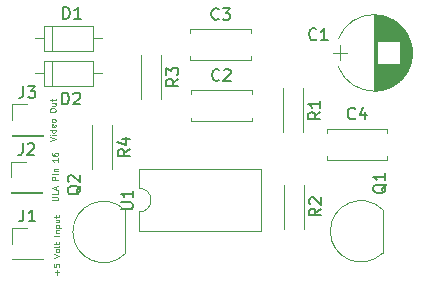
<source format=gbr>
G04 #@! TF.GenerationSoftware,KiCad,Pcbnew,(5.1.9)-1*
G04 #@! TF.CreationDate,2021-05-20T18:11:05+02:00*
G04 #@! TF.ProjectId,ZX81 Composite,5a583831-2043-46f6-9d70-6f736974652e,rev?*
G04 #@! TF.SameCoordinates,Original*
G04 #@! TF.FileFunction,Legend,Top*
G04 #@! TF.FilePolarity,Positive*
%FSLAX46Y46*%
G04 Gerber Fmt 4.6, Leading zero omitted, Abs format (unit mm)*
G04 Created by KiCad (PCBNEW (5.1.9)-1) date 2021-05-20 18:11:05*
%MOMM*%
%LPD*%
G01*
G04 APERTURE LIST*
%ADD10C,0.120000*%
%ADD11C,0.150000*%
%ADD12C,0.125000*%
G04 APERTURE END LIST*
D10*
X62250000Y-52260000D02*
X62250000Y-55980000D01*
X63970000Y-52260000D02*
X63970000Y-55980000D01*
X65070600Y-63090200D02*
X65070600Y-59490200D01*
X65059078Y-63128678D02*
G75*
G02*
X60620600Y-61290200I-1838478J1838478D01*
G01*
X65059078Y-59451722D02*
G75*
G03*
X60620600Y-61290200I-1838478J-1838478D01*
G01*
X58848800Y-43847200D02*
X58848800Y-45967200D01*
X63078800Y-44907200D02*
X62308800Y-44907200D01*
X57418800Y-44907200D02*
X58188800Y-44907200D01*
X62308800Y-43847200D02*
X58188800Y-43847200D01*
X62308800Y-45967200D02*
X62308800Y-43847200D01*
X58188800Y-45967200D02*
X62308800Y-45967200D01*
X58188800Y-43847200D02*
X58188800Y-45967200D01*
X58188800Y-46793600D02*
X58188800Y-48913600D01*
X58188800Y-48913600D02*
X62308800Y-48913600D01*
X62308800Y-48913600D02*
X62308800Y-46793600D01*
X62308800Y-46793600D02*
X58188800Y-46793600D01*
X57418800Y-47853600D02*
X58188800Y-47853600D01*
X63078800Y-47853600D02*
X62308800Y-47853600D01*
X58848800Y-46793600D02*
X58848800Y-48913600D01*
X55439000Y-63610800D02*
X58099000Y-63610800D01*
X55439000Y-63550800D02*
X55439000Y-63610800D01*
X58099000Y-63550800D02*
X58099000Y-63610800D01*
X55439000Y-63550800D02*
X58099000Y-63550800D01*
X55439000Y-62280800D02*
X55439000Y-60950800D01*
X55439000Y-60950800D02*
X56769000Y-60950800D01*
X55362800Y-55337400D02*
X56692800Y-55337400D01*
X55362800Y-56667400D02*
X55362800Y-55337400D01*
X55362800Y-57937400D02*
X58022800Y-57937400D01*
X58022800Y-57937400D02*
X58022800Y-57997400D01*
X55362800Y-57937400D02*
X55362800Y-57997400D01*
X55362800Y-57997400D02*
X58022800Y-57997400D01*
X55439000Y-50486000D02*
X56769000Y-50486000D01*
X55439000Y-51816000D02*
X55439000Y-50486000D01*
X55439000Y-53086000D02*
X58099000Y-53086000D01*
X58099000Y-53086000D02*
X58099000Y-53146000D01*
X55439000Y-53086000D02*
X55439000Y-53146000D01*
X55439000Y-53146000D02*
X58099000Y-53146000D01*
X86863800Y-63039400D02*
X86863800Y-59439400D01*
X86852278Y-59400922D02*
G75*
G03*
X82413800Y-61239400I-1838478J-1838478D01*
G01*
X86852278Y-63077878D02*
G75*
G02*
X82413800Y-61239400I-1838478J1838478D01*
G01*
X83261400Y-45476400D02*
X83261400Y-46776400D01*
X82661400Y-46126400D02*
X83861400Y-46126400D01*
X89312400Y-45658400D02*
X89312400Y-46594400D01*
X89272400Y-45450400D02*
X89272400Y-46802400D01*
X89232400Y-45292400D02*
X89232400Y-46960400D01*
X89192400Y-45160400D02*
X89192400Y-47092400D01*
X89152400Y-45045400D02*
X89152400Y-47207400D01*
X89112400Y-44942400D02*
X89112400Y-47310400D01*
X89072400Y-44848400D02*
X89072400Y-47404400D01*
X89032400Y-44762400D02*
X89032400Y-47490400D01*
X88992400Y-44681400D02*
X88992400Y-47571400D01*
X88952400Y-44606400D02*
X88952400Y-47646400D01*
X88912400Y-44535400D02*
X88912400Y-47717400D01*
X88872400Y-44468400D02*
X88872400Y-47784400D01*
X88832400Y-44405400D02*
X88832400Y-47847400D01*
X88792400Y-44345400D02*
X88792400Y-47907400D01*
X88752400Y-44287400D02*
X88752400Y-47965400D01*
X88712400Y-44232400D02*
X88712400Y-48020400D01*
X88672400Y-44180400D02*
X88672400Y-48072400D01*
X88632400Y-44129400D02*
X88632400Y-48123400D01*
X88592400Y-44081400D02*
X88592400Y-48171400D01*
X88552400Y-44034400D02*
X88552400Y-48218400D01*
X88512400Y-43989400D02*
X88512400Y-48263400D01*
X88472400Y-43946400D02*
X88472400Y-48306400D01*
X88432400Y-43904400D02*
X88432400Y-48348400D01*
X88392400Y-43864400D02*
X88392400Y-48388400D01*
X88352400Y-43825400D02*
X88352400Y-48427400D01*
X88312400Y-47106400D02*
X88312400Y-48465400D01*
X88312400Y-43787400D02*
X88312400Y-45146400D01*
X88272400Y-47106400D02*
X88272400Y-48501400D01*
X88272400Y-43751400D02*
X88272400Y-45146400D01*
X88232400Y-47106400D02*
X88232400Y-48537400D01*
X88232400Y-43715400D02*
X88232400Y-45146400D01*
X88192400Y-47106400D02*
X88192400Y-48571400D01*
X88192400Y-43681400D02*
X88192400Y-45146400D01*
X88152400Y-47106400D02*
X88152400Y-48604400D01*
X88152400Y-43648400D02*
X88152400Y-45146400D01*
X88112400Y-47106400D02*
X88112400Y-48636400D01*
X88112400Y-43616400D02*
X88112400Y-45146400D01*
X88072400Y-47106400D02*
X88072400Y-48666400D01*
X88072400Y-43586400D02*
X88072400Y-45146400D01*
X88032400Y-47106400D02*
X88032400Y-48696400D01*
X88032400Y-43556400D02*
X88032400Y-45146400D01*
X87992400Y-47106400D02*
X87992400Y-48725400D01*
X87992400Y-43527400D02*
X87992400Y-45146400D01*
X87952400Y-47106400D02*
X87952400Y-48753400D01*
X87952400Y-43499400D02*
X87952400Y-45146400D01*
X87912400Y-47106400D02*
X87912400Y-48780400D01*
X87912400Y-43472400D02*
X87912400Y-45146400D01*
X87872400Y-47106400D02*
X87872400Y-48807400D01*
X87872400Y-43445400D02*
X87872400Y-45146400D01*
X87832400Y-47106400D02*
X87832400Y-48832400D01*
X87832400Y-43420400D02*
X87832400Y-45146400D01*
X87792400Y-47106400D02*
X87792400Y-48857400D01*
X87792400Y-43395400D02*
X87792400Y-45146400D01*
X87752400Y-47106400D02*
X87752400Y-48881400D01*
X87752400Y-43371400D02*
X87752400Y-45146400D01*
X87712400Y-47106400D02*
X87712400Y-48904400D01*
X87712400Y-43348400D02*
X87712400Y-45146400D01*
X87672400Y-47106400D02*
X87672400Y-48926400D01*
X87672400Y-43326400D02*
X87672400Y-45146400D01*
X87632400Y-47106400D02*
X87632400Y-48948400D01*
X87632400Y-43304400D02*
X87632400Y-45146400D01*
X87592400Y-47106400D02*
X87592400Y-48969400D01*
X87592400Y-43283400D02*
X87592400Y-45146400D01*
X87552400Y-47106400D02*
X87552400Y-48989400D01*
X87552400Y-43263400D02*
X87552400Y-45146400D01*
X87512400Y-47106400D02*
X87512400Y-49008400D01*
X87512400Y-43244400D02*
X87512400Y-45146400D01*
X87472400Y-47106400D02*
X87472400Y-49027400D01*
X87472400Y-43225400D02*
X87472400Y-45146400D01*
X87432400Y-47106400D02*
X87432400Y-49045400D01*
X87432400Y-43207400D02*
X87432400Y-45146400D01*
X87392400Y-47106400D02*
X87392400Y-49063400D01*
X87392400Y-43189400D02*
X87392400Y-45146400D01*
X87352400Y-47106400D02*
X87352400Y-49080400D01*
X87352400Y-43172400D02*
X87352400Y-45146400D01*
X87312400Y-47106400D02*
X87312400Y-49096400D01*
X87312400Y-43156400D02*
X87312400Y-45146400D01*
X87272400Y-47106400D02*
X87272400Y-49112400D01*
X87272400Y-43140400D02*
X87272400Y-45146400D01*
X87232400Y-47106400D02*
X87232400Y-49127400D01*
X87232400Y-43125400D02*
X87232400Y-45146400D01*
X87192400Y-47106400D02*
X87192400Y-49141400D01*
X87192400Y-43111400D02*
X87192400Y-45146400D01*
X87152400Y-47106400D02*
X87152400Y-49155400D01*
X87152400Y-43097400D02*
X87152400Y-45146400D01*
X87112400Y-47106400D02*
X87112400Y-49168400D01*
X87112400Y-43084400D02*
X87112400Y-45146400D01*
X87072400Y-47106400D02*
X87072400Y-49181400D01*
X87072400Y-43071400D02*
X87072400Y-45146400D01*
X87032400Y-47106400D02*
X87032400Y-49193400D01*
X87032400Y-43059400D02*
X87032400Y-45146400D01*
X86992400Y-47106400D02*
X86992400Y-49205400D01*
X86992400Y-43047400D02*
X86992400Y-45146400D01*
X86952400Y-47106400D02*
X86952400Y-49216400D01*
X86952400Y-43036400D02*
X86952400Y-45146400D01*
X86912400Y-47106400D02*
X86912400Y-49226400D01*
X86912400Y-43026400D02*
X86912400Y-45146400D01*
X86872400Y-47106400D02*
X86872400Y-49236400D01*
X86872400Y-43016400D02*
X86872400Y-45146400D01*
X86832400Y-47106400D02*
X86832400Y-49245400D01*
X86832400Y-43007400D02*
X86832400Y-45146400D01*
X86791400Y-47106400D02*
X86791400Y-49254400D01*
X86791400Y-42998400D02*
X86791400Y-45146400D01*
X86751400Y-47106400D02*
X86751400Y-49263400D01*
X86751400Y-42989400D02*
X86751400Y-45146400D01*
X86711400Y-47106400D02*
X86711400Y-49270400D01*
X86711400Y-42982400D02*
X86711400Y-45146400D01*
X86671400Y-47106400D02*
X86671400Y-49278400D01*
X86671400Y-42974400D02*
X86671400Y-45146400D01*
X86631400Y-47106400D02*
X86631400Y-49284400D01*
X86631400Y-42968400D02*
X86631400Y-45146400D01*
X86591400Y-47106400D02*
X86591400Y-49291400D01*
X86591400Y-42961400D02*
X86591400Y-45146400D01*
X86551400Y-47106400D02*
X86551400Y-49296400D01*
X86551400Y-42956400D02*
X86551400Y-45146400D01*
X86511400Y-47106400D02*
X86511400Y-49302400D01*
X86511400Y-42950400D02*
X86511400Y-45146400D01*
X86471400Y-47106400D02*
X86471400Y-49306400D01*
X86471400Y-42946400D02*
X86471400Y-45146400D01*
X86431400Y-47106400D02*
X86431400Y-49311400D01*
X86431400Y-42941400D02*
X86431400Y-45146400D01*
X86391400Y-47106400D02*
X86391400Y-49314400D01*
X86391400Y-42938400D02*
X86391400Y-45146400D01*
X86351400Y-42934400D02*
X86351400Y-49318400D01*
X86311400Y-42932400D02*
X86311400Y-49320400D01*
X86271400Y-42929400D02*
X86271400Y-49323400D01*
X86231400Y-42928400D02*
X86231400Y-49324400D01*
X86191400Y-42926400D02*
X86191400Y-49326400D01*
X86151400Y-42926400D02*
X86151400Y-49326400D01*
X86111400Y-42926400D02*
X86111400Y-49326400D01*
X89129220Y-47305536D02*
G75*
G03*
X89128882Y-44946400I-3017820J1179136D01*
G01*
X89129220Y-47305536D02*
G75*
G02*
X83093918Y-47306400I-3017820J1179136D01*
G01*
X89129220Y-44947264D02*
G75*
G03*
X83093918Y-44946400I-3017820J-1179136D01*
G01*
X75697400Y-46436600D02*
X75697400Y-46750600D01*
X75697400Y-44130600D02*
X75697400Y-44444600D01*
X70577400Y-46436600D02*
X70577400Y-46750600D01*
X70577400Y-44130600D02*
X70577400Y-44444600D01*
X70577400Y-46750600D02*
X75697400Y-46750600D01*
X70577400Y-44130600D02*
X75697400Y-44130600D01*
X82134400Y-52563400D02*
X87254400Y-52563400D01*
X82134400Y-55183400D02*
X87254400Y-55183400D01*
X82134400Y-52563400D02*
X82134400Y-52877400D01*
X82134400Y-54869400D02*
X82134400Y-55183400D01*
X87254400Y-52563400D02*
X87254400Y-52877400D01*
X87254400Y-54869400D02*
X87254400Y-55183400D01*
X80108000Y-49117800D02*
X80108000Y-52837800D01*
X78388000Y-49117800D02*
X78388000Y-52837800D01*
X78464200Y-57296600D02*
X78464200Y-61016600D01*
X80184200Y-57296600D02*
X80184200Y-61016600D01*
X68093800Y-46298400D02*
X68093800Y-50018400D01*
X66373800Y-46298400D02*
X66373800Y-50018400D01*
X75748200Y-51618200D02*
X75748200Y-51932200D01*
X75748200Y-49312200D02*
X75748200Y-49626200D01*
X70628200Y-51618200D02*
X70628200Y-51932200D01*
X70628200Y-49312200D02*
X70628200Y-49626200D01*
X70628200Y-51932200D02*
X75748200Y-51932200D01*
X70628200Y-49312200D02*
X75748200Y-49312200D01*
X66234000Y-55947800D02*
X66234000Y-57597800D01*
X76514000Y-55947800D02*
X66234000Y-55947800D01*
X76514000Y-61247800D02*
X76514000Y-55947800D01*
X66234000Y-61247800D02*
X76514000Y-61247800D01*
X66234000Y-59597800D02*
X66234000Y-61247800D01*
X66234000Y-57597800D02*
G75*
G02*
X66234000Y-59597800I0J-1000000D01*
G01*
D11*
X65422380Y-54286666D02*
X64946190Y-54620000D01*
X65422380Y-54858095D02*
X64422380Y-54858095D01*
X64422380Y-54477142D01*
X64470000Y-54381904D01*
X64517619Y-54334285D01*
X64612857Y-54286666D01*
X64755714Y-54286666D01*
X64850952Y-54334285D01*
X64898571Y-54381904D01*
X64946190Y-54477142D01*
X64946190Y-54858095D01*
X64755714Y-53429523D02*
X65422380Y-53429523D01*
X64374761Y-53667619D02*
X65089047Y-53905714D01*
X65089047Y-53286666D01*
X61279019Y-57372238D02*
X61231400Y-57467476D01*
X61136161Y-57562714D01*
X60993304Y-57705571D01*
X60945685Y-57800809D01*
X60945685Y-57896047D01*
X61183780Y-57848428D02*
X61136161Y-57943666D01*
X61040923Y-58038904D01*
X60850447Y-58086523D01*
X60517114Y-58086523D01*
X60326638Y-58038904D01*
X60231400Y-57943666D01*
X60183780Y-57848428D01*
X60183780Y-57657952D01*
X60231400Y-57562714D01*
X60326638Y-57467476D01*
X60517114Y-57419857D01*
X60850447Y-57419857D01*
X61040923Y-57467476D01*
X61136161Y-57562714D01*
X61183780Y-57657952D01*
X61183780Y-57848428D01*
X60279019Y-57038904D02*
X60231400Y-56991285D01*
X60183780Y-56896047D01*
X60183780Y-56657952D01*
X60231400Y-56562714D01*
X60279019Y-56515095D01*
X60374257Y-56467476D01*
X60469495Y-56467476D01*
X60612352Y-56515095D01*
X61183780Y-57086523D01*
X61183780Y-56467476D01*
X59790104Y-43251380D02*
X59790104Y-42251380D01*
X60028200Y-42251380D01*
X60171057Y-42299000D01*
X60266295Y-42394238D01*
X60313914Y-42489476D01*
X60361533Y-42679952D01*
X60361533Y-42822809D01*
X60313914Y-43013285D01*
X60266295Y-43108523D01*
X60171057Y-43203761D01*
X60028200Y-43251380D01*
X59790104Y-43251380D01*
X61313914Y-43251380D02*
X60742485Y-43251380D01*
X61028200Y-43251380D02*
X61028200Y-42251380D01*
X60932961Y-42394238D01*
X60837723Y-42489476D01*
X60742485Y-42537095D01*
X59713904Y-50490380D02*
X59713904Y-49490380D01*
X59952000Y-49490380D01*
X60094857Y-49538000D01*
X60190095Y-49633238D01*
X60237714Y-49728476D01*
X60285333Y-49918952D01*
X60285333Y-50061809D01*
X60237714Y-50252285D01*
X60190095Y-50347523D01*
X60094857Y-50442761D01*
X59952000Y-50490380D01*
X59713904Y-50490380D01*
X60666285Y-49585619D02*
X60713904Y-49538000D01*
X60809142Y-49490380D01*
X61047238Y-49490380D01*
X61142476Y-49538000D01*
X61190095Y-49585619D01*
X61237714Y-49680857D01*
X61237714Y-49776095D01*
X61190095Y-49918952D01*
X60618666Y-50490380D01*
X61237714Y-50490380D01*
X56435666Y-59403180D02*
X56435666Y-60117466D01*
X56388047Y-60260323D01*
X56292809Y-60355561D01*
X56149952Y-60403180D01*
X56054714Y-60403180D01*
X57435666Y-60403180D02*
X56864238Y-60403180D01*
X57149952Y-60403180D02*
X57149952Y-59403180D01*
X57054714Y-59546038D01*
X56959476Y-59641276D01*
X56864238Y-59688895D01*
D12*
X59293914Y-64897485D02*
X59293914Y-64516533D01*
X59484390Y-64707009D02*
X59103438Y-64707009D01*
X58984390Y-64040342D02*
X58984390Y-64278438D01*
X59222485Y-64302247D01*
X59198676Y-64278438D01*
X59174866Y-64230819D01*
X59174866Y-64111771D01*
X59198676Y-64064152D01*
X59222485Y-64040342D01*
X59270104Y-64016533D01*
X59389152Y-64016533D01*
X59436771Y-64040342D01*
X59460580Y-64064152D01*
X59484390Y-64111771D01*
X59484390Y-64230819D01*
X59460580Y-64278438D01*
X59436771Y-64302247D01*
X58984390Y-63492723D02*
X59484390Y-63326057D01*
X58984390Y-63159390D01*
X59484390Y-62921295D02*
X59460580Y-62968914D01*
X59436771Y-62992723D01*
X59389152Y-63016533D01*
X59246295Y-63016533D01*
X59198676Y-62992723D01*
X59174866Y-62968914D01*
X59151057Y-62921295D01*
X59151057Y-62849866D01*
X59174866Y-62802247D01*
X59198676Y-62778438D01*
X59246295Y-62754628D01*
X59389152Y-62754628D01*
X59436771Y-62778438D01*
X59460580Y-62802247D01*
X59484390Y-62849866D01*
X59484390Y-62921295D01*
X59484390Y-62468914D02*
X59460580Y-62516533D01*
X59412961Y-62540342D01*
X58984390Y-62540342D01*
X59151057Y-62349866D02*
X59151057Y-62159390D01*
X58984390Y-62278438D02*
X59412961Y-62278438D01*
X59460580Y-62254628D01*
X59484390Y-62207009D01*
X59484390Y-62159390D01*
X59484390Y-61611771D02*
X58984390Y-61611771D01*
X59151057Y-61373676D02*
X59484390Y-61373676D01*
X59198676Y-61373676D02*
X59174866Y-61349866D01*
X59151057Y-61302247D01*
X59151057Y-61230819D01*
X59174866Y-61183200D01*
X59222485Y-61159390D01*
X59484390Y-61159390D01*
X59151057Y-60921295D02*
X59651057Y-60921295D01*
X59174866Y-60921295D02*
X59151057Y-60873676D01*
X59151057Y-60778438D01*
X59174866Y-60730819D01*
X59198676Y-60707009D01*
X59246295Y-60683200D01*
X59389152Y-60683200D01*
X59436771Y-60707009D01*
X59460580Y-60730819D01*
X59484390Y-60778438D01*
X59484390Y-60873676D01*
X59460580Y-60921295D01*
X59151057Y-60254628D02*
X59484390Y-60254628D01*
X59151057Y-60468914D02*
X59412961Y-60468914D01*
X59460580Y-60445104D01*
X59484390Y-60397485D01*
X59484390Y-60326057D01*
X59460580Y-60278438D01*
X59436771Y-60254628D01*
X59151057Y-60087961D02*
X59151057Y-59897485D01*
X58984390Y-60016533D02*
X59412961Y-60016533D01*
X59460580Y-59992723D01*
X59484390Y-59945104D01*
X59484390Y-59897485D01*
D11*
X56359466Y-53789780D02*
X56359466Y-54504066D01*
X56311847Y-54646923D01*
X56216609Y-54742161D01*
X56073752Y-54789780D01*
X55978514Y-54789780D01*
X56788038Y-53885019D02*
X56835657Y-53837400D01*
X56930895Y-53789780D01*
X57168990Y-53789780D01*
X57264228Y-53837400D01*
X57311847Y-53885019D01*
X57359466Y-53980257D01*
X57359466Y-54075495D01*
X57311847Y-54218352D01*
X56740419Y-54789780D01*
X57359466Y-54789780D01*
D12*
X58857390Y-58628504D02*
X59262152Y-58628504D01*
X59309771Y-58604695D01*
X59333580Y-58580885D01*
X59357390Y-58533266D01*
X59357390Y-58438028D01*
X59333580Y-58390409D01*
X59309771Y-58366600D01*
X59262152Y-58342790D01*
X58857390Y-58342790D01*
X59357390Y-57866600D02*
X59357390Y-58104695D01*
X58857390Y-58104695D01*
X59214533Y-57723742D02*
X59214533Y-57485647D01*
X59357390Y-57771361D02*
X58857390Y-57604695D01*
X59357390Y-57438028D01*
X59357390Y-56890409D02*
X58857390Y-56890409D01*
X58857390Y-56699933D01*
X58881200Y-56652314D01*
X58905009Y-56628504D01*
X58952628Y-56604695D01*
X59024057Y-56604695D01*
X59071676Y-56628504D01*
X59095485Y-56652314D01*
X59119295Y-56699933D01*
X59119295Y-56890409D01*
X59357390Y-56390409D02*
X59024057Y-56390409D01*
X58857390Y-56390409D02*
X58881200Y-56414219D01*
X58905009Y-56390409D01*
X58881200Y-56366600D01*
X58857390Y-56390409D01*
X58905009Y-56390409D01*
X59024057Y-56152314D02*
X59357390Y-56152314D01*
X59071676Y-56152314D02*
X59047866Y-56128504D01*
X59024057Y-56080885D01*
X59024057Y-56009457D01*
X59047866Y-55961838D01*
X59095485Y-55938028D01*
X59357390Y-55938028D01*
X59357390Y-55057076D02*
X59357390Y-55342790D01*
X59357390Y-55199933D02*
X58857390Y-55199933D01*
X58928819Y-55247552D01*
X58976438Y-55295171D01*
X59000247Y-55342790D01*
X58857390Y-54628504D02*
X58857390Y-54723742D01*
X58881200Y-54771361D01*
X58905009Y-54795171D01*
X58976438Y-54842790D01*
X59071676Y-54866600D01*
X59262152Y-54866600D01*
X59309771Y-54842790D01*
X59333580Y-54818980D01*
X59357390Y-54771361D01*
X59357390Y-54676123D01*
X59333580Y-54628504D01*
X59309771Y-54604695D01*
X59262152Y-54580885D01*
X59143104Y-54580885D01*
X59095485Y-54604695D01*
X59071676Y-54628504D01*
X59047866Y-54676123D01*
X59047866Y-54771361D01*
X59071676Y-54818980D01*
X59095485Y-54842790D01*
X59143104Y-54866600D01*
D11*
X56435666Y-48938380D02*
X56435666Y-49652666D01*
X56388047Y-49795523D01*
X56292809Y-49890761D01*
X56149952Y-49938380D01*
X56054714Y-49938380D01*
X56816619Y-48938380D02*
X57435666Y-48938380D01*
X57102333Y-49319333D01*
X57245190Y-49319333D01*
X57340428Y-49366952D01*
X57388047Y-49414571D01*
X57435666Y-49509809D01*
X57435666Y-49747904D01*
X57388047Y-49843142D01*
X57340428Y-49890761D01*
X57245190Y-49938380D01*
X56959476Y-49938380D01*
X56864238Y-49890761D01*
X56816619Y-49843142D01*
D12*
X58654190Y-53589809D02*
X59154190Y-53423142D01*
X58654190Y-53256476D01*
X59154190Y-53089809D02*
X58820857Y-53089809D01*
X58654190Y-53089809D02*
X58678000Y-53113619D01*
X58701809Y-53089809D01*
X58678000Y-53066000D01*
X58654190Y-53089809D01*
X58701809Y-53089809D01*
X59154190Y-52637428D02*
X58654190Y-52637428D01*
X59130380Y-52637428D02*
X59154190Y-52685047D01*
X59154190Y-52780285D01*
X59130380Y-52827904D01*
X59106571Y-52851714D01*
X59058952Y-52875523D01*
X58916095Y-52875523D01*
X58868476Y-52851714D01*
X58844666Y-52827904D01*
X58820857Y-52780285D01*
X58820857Y-52685047D01*
X58844666Y-52637428D01*
X59130380Y-52208857D02*
X59154190Y-52256476D01*
X59154190Y-52351714D01*
X59130380Y-52399333D01*
X59082761Y-52423142D01*
X58892285Y-52423142D01*
X58844666Y-52399333D01*
X58820857Y-52351714D01*
X58820857Y-52256476D01*
X58844666Y-52208857D01*
X58892285Y-52185047D01*
X58939904Y-52185047D01*
X58987523Y-52423142D01*
X59154190Y-51899333D02*
X59130380Y-51946952D01*
X59106571Y-51970761D01*
X59058952Y-51994571D01*
X58916095Y-51994571D01*
X58868476Y-51970761D01*
X58844666Y-51946952D01*
X58820857Y-51899333D01*
X58820857Y-51827904D01*
X58844666Y-51780285D01*
X58868476Y-51756476D01*
X58916095Y-51732666D01*
X59058952Y-51732666D01*
X59106571Y-51756476D01*
X59130380Y-51780285D01*
X59154190Y-51827904D01*
X59154190Y-51899333D01*
X58654190Y-51042190D02*
X58654190Y-50946952D01*
X58678000Y-50899333D01*
X58725619Y-50851714D01*
X58820857Y-50827904D01*
X58987523Y-50827904D01*
X59082761Y-50851714D01*
X59130380Y-50899333D01*
X59154190Y-50946952D01*
X59154190Y-51042190D01*
X59130380Y-51089809D01*
X59082761Y-51137428D01*
X58987523Y-51161238D01*
X58820857Y-51161238D01*
X58725619Y-51137428D01*
X58678000Y-51089809D01*
X58654190Y-51042190D01*
X58820857Y-50399333D02*
X59154190Y-50399333D01*
X58820857Y-50613619D02*
X59082761Y-50613619D01*
X59130380Y-50589809D01*
X59154190Y-50542190D01*
X59154190Y-50470761D01*
X59130380Y-50423142D01*
X59106571Y-50399333D01*
X58820857Y-50232666D02*
X58820857Y-50042190D01*
X58654190Y-50161238D02*
X59082761Y-50161238D01*
X59130380Y-50137428D01*
X59154190Y-50089809D01*
X59154190Y-50042190D01*
D11*
X87161619Y-57245238D02*
X87114000Y-57340476D01*
X87018761Y-57435714D01*
X86875904Y-57578571D01*
X86828285Y-57673809D01*
X86828285Y-57769047D01*
X87066380Y-57721428D02*
X87018761Y-57816666D01*
X86923523Y-57911904D01*
X86733047Y-57959523D01*
X86399714Y-57959523D01*
X86209238Y-57911904D01*
X86114000Y-57816666D01*
X86066380Y-57721428D01*
X86066380Y-57530952D01*
X86114000Y-57435714D01*
X86209238Y-57340476D01*
X86399714Y-57292857D01*
X86733047Y-57292857D01*
X86923523Y-57340476D01*
X87018761Y-57435714D01*
X87066380Y-57530952D01*
X87066380Y-57721428D01*
X87066380Y-56340476D02*
X87066380Y-56911904D01*
X87066380Y-56626190D02*
X86066380Y-56626190D01*
X86209238Y-56721428D01*
X86304476Y-56816666D01*
X86352095Y-56911904D01*
X81240333Y-44959542D02*
X81192714Y-45007161D01*
X81049857Y-45054780D01*
X80954619Y-45054780D01*
X80811761Y-45007161D01*
X80716523Y-44911923D01*
X80668904Y-44816685D01*
X80621285Y-44626209D01*
X80621285Y-44483352D01*
X80668904Y-44292876D01*
X80716523Y-44197638D01*
X80811761Y-44102400D01*
X80954619Y-44054780D01*
X81049857Y-44054780D01*
X81192714Y-44102400D01*
X81240333Y-44150019D01*
X82192714Y-45054780D02*
X81621285Y-45054780D01*
X81907000Y-45054780D02*
X81907000Y-44054780D01*
X81811761Y-44197638D01*
X81716523Y-44292876D01*
X81621285Y-44340495D01*
X72970733Y-43237742D02*
X72923114Y-43285361D01*
X72780257Y-43332980D01*
X72685019Y-43332980D01*
X72542161Y-43285361D01*
X72446923Y-43190123D01*
X72399304Y-43094885D01*
X72351685Y-42904409D01*
X72351685Y-42761552D01*
X72399304Y-42571076D01*
X72446923Y-42475838D01*
X72542161Y-42380600D01*
X72685019Y-42332980D01*
X72780257Y-42332980D01*
X72923114Y-42380600D01*
X72970733Y-42428219D01*
X73304066Y-42332980D02*
X73923114Y-42332980D01*
X73589780Y-42713933D01*
X73732638Y-42713933D01*
X73827876Y-42761552D01*
X73875495Y-42809171D01*
X73923114Y-42904409D01*
X73923114Y-43142504D01*
X73875495Y-43237742D01*
X73827876Y-43285361D01*
X73732638Y-43332980D01*
X73446923Y-43332980D01*
X73351685Y-43285361D01*
X73304066Y-43237742D01*
X84527733Y-51670542D02*
X84480114Y-51718161D01*
X84337257Y-51765780D01*
X84242019Y-51765780D01*
X84099161Y-51718161D01*
X84003923Y-51622923D01*
X83956304Y-51527685D01*
X83908685Y-51337209D01*
X83908685Y-51194352D01*
X83956304Y-51003876D01*
X84003923Y-50908638D01*
X84099161Y-50813400D01*
X84242019Y-50765780D01*
X84337257Y-50765780D01*
X84480114Y-50813400D01*
X84527733Y-50861019D01*
X85384876Y-51099114D02*
X85384876Y-51765780D01*
X85146780Y-50718161D02*
X84908685Y-51432447D01*
X85527733Y-51432447D01*
X81560380Y-51144466D02*
X81084190Y-51477800D01*
X81560380Y-51715895D02*
X80560380Y-51715895D01*
X80560380Y-51334942D01*
X80608000Y-51239704D01*
X80655619Y-51192085D01*
X80750857Y-51144466D01*
X80893714Y-51144466D01*
X80988952Y-51192085D01*
X81036571Y-51239704D01*
X81084190Y-51334942D01*
X81084190Y-51715895D01*
X81560380Y-50192085D02*
X81560380Y-50763514D01*
X81560380Y-50477800D02*
X80560380Y-50477800D01*
X80703238Y-50573038D01*
X80798476Y-50668276D01*
X80846095Y-50763514D01*
X81636580Y-59323266D02*
X81160390Y-59656600D01*
X81636580Y-59894695D02*
X80636580Y-59894695D01*
X80636580Y-59513742D01*
X80684200Y-59418504D01*
X80731819Y-59370885D01*
X80827057Y-59323266D01*
X80969914Y-59323266D01*
X81065152Y-59370885D01*
X81112771Y-59418504D01*
X81160390Y-59513742D01*
X81160390Y-59894695D01*
X80731819Y-58942314D02*
X80684200Y-58894695D01*
X80636580Y-58799457D01*
X80636580Y-58561361D01*
X80684200Y-58466123D01*
X80731819Y-58418504D01*
X80827057Y-58370885D01*
X80922295Y-58370885D01*
X81065152Y-58418504D01*
X81636580Y-58989933D01*
X81636580Y-58370885D01*
X69546180Y-48325066D02*
X69069990Y-48658400D01*
X69546180Y-48896495D02*
X68546180Y-48896495D01*
X68546180Y-48515542D01*
X68593800Y-48420304D01*
X68641419Y-48372685D01*
X68736657Y-48325066D01*
X68879514Y-48325066D01*
X68974752Y-48372685D01*
X69022371Y-48420304D01*
X69069990Y-48515542D01*
X69069990Y-48896495D01*
X68546180Y-47991733D02*
X68546180Y-47372685D01*
X68927133Y-47706019D01*
X68927133Y-47563161D01*
X68974752Y-47467923D01*
X69022371Y-47420304D01*
X69117609Y-47372685D01*
X69355704Y-47372685D01*
X69450942Y-47420304D01*
X69498561Y-47467923D01*
X69546180Y-47563161D01*
X69546180Y-47848876D01*
X69498561Y-47944114D01*
X69450942Y-47991733D01*
X73021533Y-48419342D02*
X72973914Y-48466961D01*
X72831057Y-48514580D01*
X72735819Y-48514580D01*
X72592961Y-48466961D01*
X72497723Y-48371723D01*
X72450104Y-48276485D01*
X72402485Y-48086009D01*
X72402485Y-47943152D01*
X72450104Y-47752676D01*
X72497723Y-47657438D01*
X72592961Y-47562200D01*
X72735819Y-47514580D01*
X72831057Y-47514580D01*
X72973914Y-47562200D01*
X73021533Y-47609819D01*
X73402485Y-47609819D02*
X73450104Y-47562200D01*
X73545342Y-47514580D01*
X73783438Y-47514580D01*
X73878676Y-47562200D01*
X73926295Y-47609819D01*
X73973914Y-47705057D01*
X73973914Y-47800295D01*
X73926295Y-47943152D01*
X73354866Y-48514580D01*
X73973914Y-48514580D01*
X64686380Y-59359704D02*
X65495904Y-59359704D01*
X65591142Y-59312085D01*
X65638761Y-59264466D01*
X65686380Y-59169228D01*
X65686380Y-58978752D01*
X65638761Y-58883514D01*
X65591142Y-58835895D01*
X65495904Y-58788276D01*
X64686380Y-58788276D01*
X65686380Y-57788276D02*
X65686380Y-58359704D01*
X65686380Y-58073990D02*
X64686380Y-58073990D01*
X64829238Y-58169228D01*
X64924476Y-58264466D01*
X64972095Y-58359704D01*
M02*

</source>
